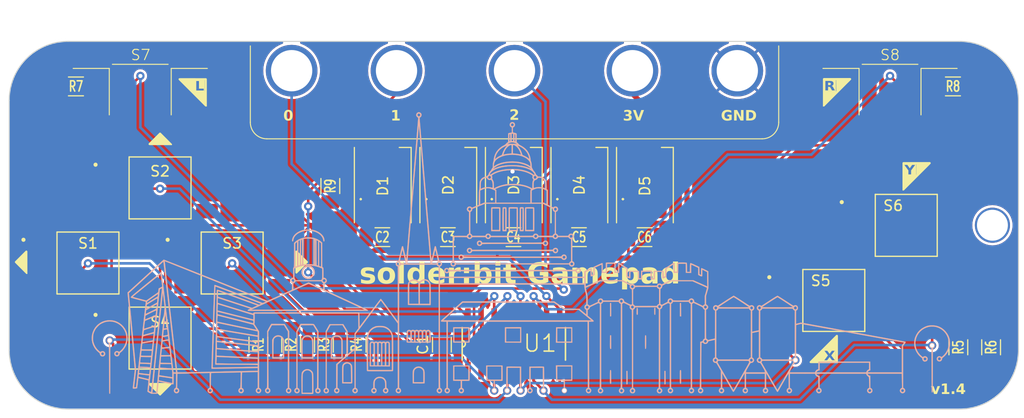
<source format=kicad_pcb>
(kicad_pcb (version 20240108) (generator "pcbnew") (generator_version "8.0")
  (title_block (title "solder:bit Gamepad soldering kit (with bumpers)") (date "2024-05-31") (rev "v1.4") (company "Lancaster University") (comment 1 "Aron Eggens"))
  (layers (0 "F.Cu" signal) (31 "B.Cu" signal) (34 "B.Paste" user) (35 "F.Paste" user) (36 "B.SilkS" user "B.Silkscreen") (37 "F.SilkS" user "F.Silkscreen") (38 "B.Mask" user) (39 "F.Mask" user) (44 "Edge.Cuts" user))
  (net 0 "")
  (net 1 "GND")
  (net 2 "+3V0")
  (net 3 "Net-(D1-DOUT)")
  (net 4 "Net-(D1-DIN)")
  (net 5 "Net-(D2-DOUT)")
  (net 6 "Net-(D3-DOUT)")
  (net 7 "Net-(D4-DOUT)")
  (net 8 "Net-(R1-Pad1)")
  (net 9 "Net-(R2-Pad1)")
  (net 10 "Net-(R3-Pad1)")
  (net 11 "Net-(R4-Pad1)")
  (net 12 "PL{slash}DATA")
  (net 13 "SER")
  (net 14 "CLK")
  (net 15 "BTN1")
  (net 17 "BTN2")
  (net 19 "BTN3")
  (net 21 "BTN4")
  (net 25 "BTN5")
  (net 26 "BTN6")
  (net 27 "Net-(R5-Pad1)")
  (net 28 "Net-(R6-Pad1)")
  (net 29 "BTN7")
  (net 30 "BTN8")
  (footprint "LED_SMD:LED_WS2812B_PLCC4_5.0x5.0mm_P3.2mm" (layer "F.Cu") (at 90.156 63.2852 90)
    (property "Reference" "D1" (at -0.09 0 90) (layer "F.SilkS"))
    (property "Value" "WS2812B" (hide yes))
    (fp_text user "." (at -1.3578 -2.54 90) (layer "F.SilkS"))
    (pad "1" smd rect (at -2.45 -1.65 90) (size 1.5 0.9) (layers "F.Cu" "F.Paste" "F.Mask") (net 2 "+3V0"))
    (pad "2" smd rect (at -2.45 1.65 90) (size 1.5 0.9) (layers "F.Cu" "F.Paste" "F.Mask") (net 3 "Net-(D1-DOUT)"))
    (pad "3" smd rect (at 2.45 1.65 90) (size 1.5 0.9) (layers "F.Cu" "F.Paste" "F.Mask") (net 1 "GND"))
    (pad "4" smd rect (at 2.45 -1.65 90) (size 1.5 0.9) (layers "F.Cu" "F.Paste" "F.Mask") (net 4 "Net-(D1-DIN)"))
  )
  (footprint "TS-1002S:SW_TS04-66-95-BK-100-SMT" (layer "F.Cu") (at 133.858 74.458)
    (property "Reference" "S5" (at -1.27 -1.905 360) (layer "F.SilkS"))
    (property "Value" "TS04-66-95-BK-100-SMT" (hide yes))
    (pad "1" smd rect (at -4.55 -2.25) (size 2.1 1.4) (layers "F.Cu" "F.Paste" "F.Mask"))
    (pad "2" smd rect (at -4.55 2.25) (size 2.1 1.4) (layers "F.Cu" "F.Paste" "F.Mask") (net 25 "BTN5"))
    (pad "3" smd rect (at 4.55 -2.25) (size 2.1 1.4) (layers "F.Cu" "F.Paste" "F.Mask") (net 2 "+3V0"))
    (pad "4" smd rect (at 4.55 2.25) (size 2.1 1.4) (layers "F.Cu" "F.Paste" "F.Mask") (net 27 "Net-(R5-Pad1)"))
  )
  (footprint "TS-1037:TS-1037_right_angle" (layer "F.Cu") (at 139.305 52.779)
    (property "Reference" "S8" (at 0 -2.106 0) (layer "F.SilkS") (effects (font (thickness 0.1))))
    (property "Value" "SW_Push" (hide yes))
    (pad "" smd rect (at -4.75 -2 180) (size 3.5 1.6) (layers "F.Cu" "F.Paste" "F.Mask"))
    (pad "" smd rect (at 4.75 -2 180) (size 3.5 1.6) (layers "F.Cu" "F.Paste" "F.Mask"))
    (pad "1" smd rect (at -2 1.45 90) (size 4.5 1.4) (layers "F.Cu" "F.Paste" "F.Mask") (net 2 "+3V0"))
    (pad "2" smd rect (at 2 1.45 90) (size 4.5 1.4) (layers "F.Cu" "F.Paste" "F.Mask") (net 30 "BTN8"))
  )
  (footprint "Resistor_SMD:R_1206_3216Metric_Pad1.30x1.75mm_HandSolder" (layer "F.Cu") (at 81.28 78.74 -90)
    (property "Reference" "R2" (at 0 0 90) (layer "F.SilkS") (effects (font (size 1 0.7))))
    (property "Value" "100k" (hide yes))
    (pad "1" smd roundrect (at -1.55 0 270) (size 1.3 1.75) (layers "F.Cu" "F.Paste" "F.Mask") (roundrect_rratio 0.1923076923) (net 9 "Net-(R2-Pad1)"))
    (pad "2" smd roundrect (at 1.55 0 270) (size 1.3 1.75) (layers "F.Cu" "F.Paste" "F.Mask") (roundrect_rratio 0.1923076923) (net 1 "GND"))
  )
  (footprint "Resistor_SMD:R_1206_3216Metric_Pad1.30x1.75mm_HandSolder" (layer "F.Cu") (at 60.431 53.721)
    (property "Reference" "R7" (at 0 0 0) (layer "F.SilkS") (effects (font (size 1 0.7))))
    (property "Value" "100k")
    (pad "1" smd roundrect (at -1.55 0) (size 1.3 1.75) (layers "F.Cu" "F.Paste" "F.Mask") (roundrect_rratio 0.1923076923) (net 1 "GND"))
    (pad "2" smd roundrect (at 1.55 0) (size 1.3 1.75) (layers "F.Cu" "F.Paste" "F.Mask") (roundrect_rratio 0.1923076923) (net 29 "BTN7"))
  )
  (footprint "Capacitor_SMD:C_1206_3216Metric_Pad1.33x1.80mm_HandSolder" (layer "F.Cu") (at 109.1675 68.326)
    (property "Reference" "C5" (at 0 0 0) (layer "F.SilkS") (effects (font (size 1 0.7))))
    (property "Value" "0.1uF")
    (pad "1" smd roundrect (at -1.5625 0) (size 1.325 1.8) (layers "F.Cu" "F.Paste" "F.Mask") (roundrect_rratio 0.1886792453) (net 2 "+3V0"))
    (pad "2" smd roundrect (at 1.5625 0) (size 1.325 1.8) (layers "F.Cu" "F.Paste" "F.Mask") (roundrect_rratio 0.1886792453) (net 1 "GND"))
  )
  (footprint "Resistor_SMD:R_1206_3216Metric_Pad1.30x1.75mm_HandSolder" (layer "F.Cu") (at 85.076 63.373 -90)
    (property "Reference" "R9" (at 0 0 90) (layer "F.SilkS") (effects (font (size 1 0.7))))
    (property "Value" "300Ω")
    (pad "1" smd roundrect (at -1.55 0 270) (size 1.3 1.75) (layers "F.Cu" "F.Paste" "F.Mask") (roundrect_rratio 0.1923076923) (net 12 "PL{slash}DATA"))
    (pad "2" smd roundrect (at 1.55 0 270) (size 1.3 1.75) (layers "F.Cu" "F.Paste" "F.Mask") (roundrect_rratio 0.1923076923) (net 4 "Net-(D1-DIN)"))
  )
  (footprint "Devices_Lab:Semibold_Solderbit_Gamepad" (layer "F.Cu") (at 118.01 78.81)
    (property "Reference" "G1" (hide yes))
    (property "Value" "~" (hide yes))
  )
  (footprint "TS-1002S:SW_TS04-66-95-BK-100-SMT" (layer "F.Cu") (at 140.8765 67.183)
    (property "Reference" "S6" (at -1.27 -1.905 360) (layer "F.SilkS"))
    (property "Value" "TS04-66-95-BK-100-SMT" (hide yes))
    (pad "1" smd rect (at -4.55 -2.25) (size 2.1 1.4) (layers "F.Cu" "F.Paste" "F.Mask"))
    (pad "2" smd rect (at -4.55 2.25) (size 2.1 1.4) (layers "F.Cu" "F.Paste" "F.Mask") (net 26 "BTN6"))
    (pad "3" smd rect (at 4.55 -2.25) (size 2.1 1.4) (layers "F.Cu" "F.Paste" "F.Mask") (net 2 "+3V0"))
    (pad "4" smd rect (at 4.55 2.25) (size 2.1 1.4) (layers "F.Cu" "F.Paste" "F.Mask") (net 28 "Net-(R6-Pad1)"))
  )
  (footprint "TS-1002S:SW_TS04-66-95-BK-100-SMT" (layer "F.Cu") (at 61.595 70.83)
    (property "Reference" "S1" (at 0 -1.905 0) (layer "F.SilkS"))
    (property "Value" "TS04-66-95-BK-100-SMT" (hide yes))
    (pad "1" smd rect (at -4.55 -2.25) (size 2.1 1.4) (layers "F.Cu" "F.Paste" "F.Mask"))
    (pad "2" smd rect (at -4.55 2.25) (size 2.1 1.4) (layers "F.Cu" "F.Paste" "F.Mask") (net 15 "BTN1"))
    (pad "3" smd rect (at 4.55 -2.25) (size 2.1 1.4) (layers "F.Cu" "F.Paste" "F.Mask") (net 2 "+3V0"))
    (pad "4" smd rect (at 4.55 2.25) (size 2.1 1.4) (layers "F.Cu" "F.Paste" "F.Mask") (net 8 "Net-(R1-Pad1)"))
  )
  (footprint "TS-1037:TS-1037_right_angle" (layer "F.Cu") (at 66.661 52.779)
    (property "Reference" "S7" (at 0.032 -2.106 0) (layer "F.SilkS") (effects (font (thickness 0.1))))
    (property "Value" "SW_Push" (hide yes))
    (pad "" smd rect (at -4.75 -2 180) (size 3.5 1.6) (layers "F.Cu" "F.Paste" "F.Mask"))
    (pad "" smd rect (at 4.75 -2 180) (size 3.5 1.6) (layers "F.Cu" "F.Paste" "F.Mask"))
    (pad "1" smd rect (at 2 1.45 90) (size 4.5 1.4) (layers "F.Cu" "F.Paste" "F.Mask") (net 2 "+3V0"))
    (pad "2" smd rect (at -2 1.45 90) (size 4.5 1.4) (layers "F.Cu" "F.Paste" "F.Mask") (net 29 "BTN7"))
  )
  (footprint "Capacitor_SMD:C_1206_3216Metric_Pad1.33x1.80mm_HandSolder" (layer "F.Cu") (at 95.885 78.74 90)
    (property "Reference" "C1" (at 0 -1.85 270) (layer "F.SilkS"))
    (property "Value" "1uF")
    (pad "1" smd roundrect (at -1.5625 0 90) (size 1.325 1.8) (layers "F.Cu" "F.Paste" "F.Mask") (roundrect_rratio 0.1886792453) (net 1 "GND"))
    (pad "2" smd roundrect (at 1.5625 0 90) (size 1.325 1.8) (layers "F.Cu" "F.Paste" "F.Mask") (roundrect_rratio 0.1886792453) (net 2 "+3V0"))
  )
  (footprint "LED_SMD:LED_WS2812B_PLCC4_5.0x5.0mm_P3.2mm" (layer "F.Cu") (at 115.556 63.283 90)
    (property "Reference" "D5" (at -0.09 0 90) (layer "F.SilkS"))
    (property "Value" "WS2812B" (hide yes))
    (fp_text user "." (at -1.36 -2.54 90) (layer "F.SilkS"))
    (pad "1" smd rect (at -2.45 -1.65 90) (size 1.5 0.9) (layers "F.Cu" "F.Paste" "F.Mask") (net 2 "+3V0"))
    (pad "2" smd rect (at -2.45 1.65 90) (size 1.5 0.9) (layers "F.Cu" "F.Paste" "F.Mask"))
    (pad "3" smd rect (at 2.45 1.65 90) (size 1.5 0.9) (layers "F.Cu" "F.Paste" "F.Mask") (net 1 "GND"))
    (pad "4" smd rect (at 2.45 -1.65 90) (size 1.5 0.9) (layers "F.Cu" "F.Paste" "F.Mask") (net 7 "Net-(D4-DOUT)"))
  )
  (footprint "Capacitor_SMD:C_1206_3216Metric_Pad1.33x1.80mm_HandSolder" (layer "F.Cu") (at 102.8175 68.326)
    (property "Reference" "C4" (at 0 0 0) (layer "F.SilkS") (effects (font (size 1 0.7))))
    (property "Value" "0.1uF")
    (pad "1" smd roundrect (at -1.5625 0) (size 1.325 1.8) (layers "F.Cu" "F.Paste" "F.Mask") (roundrect_rratio 0.1886792453) (net 2 "+3V0"))
    (pad "2" smd roundrect (at 1.5625 0) (size 1.325 1.8) (layers "F.Cu" "F.Paste" "F.Mask") (roundrect_rratio 0.1886792453) (net 1 "GND"))
  )
  (footprint "74HC165:SOIC127P600X175-16N" (layer "F.Cu") (at 102.856 78.6638 90)
    (property "Reference" "U1" (at 0.0508 2.54 180) (layer "F.SilkS") (effects (font (size 1.640386 1.640386))))
    (property "Value" "74HC165D_653" (hide yes))
    (pad "1" smd rect (at -2.5908 -4.445 90) (size 1.7018 0.5334) (layers "F.Cu" "F.Paste" "F.Mask") (net 12 "PL{slash}DATA"))
    (pad "2" smd rect (at -2.5908 -3.175 90) (size 1.7018 0.5334) (layers "F.Cu" "F.Paste" "F.Mask") (net 14 "CLK"))
    (pad "3" smd rect (at -2.5908 -1.905 90) (size 1.7018 0.5334) (layers "F.Cu" "F.Paste" "F.Mask") (net 15 "BTN1"))
    (pad "4" smd rect (at -2.5908 -0.635 90) (size 1.7018 0.5334) (layers "F.Cu" "F.Paste" "F.Mask") (net 21 "BTN4"))
    (pad "5" smd rect (at -2.5908 0.635 90) (size 1.7018 0.5334) (layers "F.Cu" "F.Paste" "F.Mask") (net 25 "BTN5"))
    (pad "6" smd rect (at -2.5908 1.905 90) (size 1.7018 0.5334) (layers "F.Cu" "F.Paste" "F.Mask") (net 26 "BTN6"))
    (pad "7" smd rect (at -2.5908 3.175 90) (size 1.7018 0.5334) (layers "F.Cu" "F.Paste" "F.Mask"))
    (pad "8" smd rect (at -2.5908 4.445 90) (size 1.7018 0.5334) (layers "F.Cu" "F.Paste" "F.Mask") (net 1 "GND"))
    (pad "9" smd rect (at 2.5908 4.445 90) (size 1.7018 0.5334) (layers "F.Cu" "F.Paste" "F.Mask") (net 13 "SER"))
    (pad "10" smd rect (at 2.5908 3.175 90) (size 1.7018 0.5334) (layers "F.Cu" "F.Paste" "F.Mask") (net 1 "GND"))
    (pad "11" smd rect (at 2.5908 1.905 90) (size 1.7018 0.5334) (layers "F.Cu" "F.Paste" "F.Mask") (net 30 "BTN8"))
    (pad "12" smd rect (at 2.5908 0.635 90) (size 1.7018 0.5334) (layers "F.Cu" "F.Paste" "F.Mask") (net 29 "BTN7"))
    (pad "13" smd rect (at 2.5908 -0.635 90) (size 1.7018 0.5334) (layers "F.Cu" "F.Paste" "F.Mask") (net 19 "BTN3"))
    (pad "14" smd rect (at 2.5908 -1.905 90) (size 1.7018 0.5334) (layers "F.Cu" "F.Paste" "F.Mask") (net 17 "BTN2"))
    (pad "15" smd rect (at 2.5908 -3.175 90) (size 1.7018 0.5334) (layers "F.Cu" "F.Paste" "F.Mask") (net 1 "GND"))
    (pad "16" smd rect (at 2.5908 -4.445 90) (size 1.7018 0.5334) (layers "F.Cu" "F.Paste" "F.Mask") (net 2 "+3V0"))
  )
  (footprint "TS-1002S:SW_TS04-66-95-BK-100-SMT" (layer "F.Cu") (at 68.58 63.555)
    (property "Reference" "S2" (at 0 -1.615 0) (layer "F.SilkS"))
    (property "Value" "TS04-66-95-BK-100-SMT" (hide yes))
    (pad "1" smd rect (at -4.55 -2.25) (size 2.1 1.4) (layers "F.Cu" "F.Paste" "F.Mask"))
    (pad "2" smd rect (at -4.55 2.25) (size 2.1 1.4) (layers "F.Cu" "F.Paste" "F.Mask") (net 17 "BTN2"))
    (pad "3" smd rect (at 4.55 -2.25) (size 2.1 1.4) (layers "F.Cu" "F.Paste" "F.Mask") (net 2 "+3V0"))
    (pad "4" smd rect (at 4.55 2.25) (size 2.1 1.4) (layers "F.Cu" "F.Paste" "F.Mask") (net 9 "Net-(R2-Pad1)"))
  )
  (footprint "Resistor_SMD:R_1206_3216Metric_Pad1.30x1.75mm_HandSolder" (layer "F.Cu") (at 145.923 78.994 -90)
    (property "Reference" "R5" (at 0 0 90) (layer "F.SilkS") (effects (font (size 1 0.7))))
    (property "Value" "100k" (hide yes))
    (pad "1" smd roundrect (at -1.55 0 270) (size 1.3 1.75) (layers "F.Cu" "F.Paste" "F.Mask") (roundrect_rratio 0.1923076923) (net 27 "Net-(R5-Pad1)"))
    (pad "2" smd roundrect (at 1.55 0 270) (size 1.3 1.75) (layers "F.Cu" "F.Paste" "F.Mask") (roundrect_rratio 0.1923076923) (net 1 "GND"))
  )
  (footprint "LED_SMD:LED_WS2812B_PLCC4_5.0x5.0mm_P3.2mm" (layer "F.Cu") (at 96.506 63.283 90)
    (property "Reference" "D2" (at 0 0 90) (layer "F.SilkS"))
    (property "Value" "WS2812B" (hide yes))
    (fp_text user "." (at -1.36 -2.54 90) (layer "F.SilkS"))
    (pad "1" smd rect (at -2.45 -1.65 90) (size 1.5 0.9) (layers "F.Cu" "F.Paste" "F.Mask") (net 2 "+3V0"))
    (pad "2" smd rect (at -2.45 1.65 90) (size 1.5 0.9) (layers "F.Cu" "F.Paste" "F.Mask") (net 5 "Net-(D2-DOUT)"))
    (pad "3" smd rect (at 2.45 1.65 90) (size 1.5 0.9) (layers "F.Cu" "F.Paste" "F.Mask") (net 1 "GND"))
    (pad "4" smd rect (at 2.45 -1.65 90) (size 1.5 0.9) (layers "F.Cu" "F.Paste" "F.Mask") (net 3 "Net-(D1-DOUT)"))
  )
  (footprint "Resistor_SMD:R_1206_3216Metric_Pad1.30x1.75mm_HandSolder" (layer "F.Cu") (at 149.098 78.994 -90)
    (property "Reference" "R6" (at 0 0 90) (layer "F.SilkS") (effects (font (size 1 0.7))))
    (property "Value" "100k" (hide yes))
    (pad "1" smd roundrect (at -1.55 0 270) (size 1.3 1.75) (layers "F.Cu" "F.Paste" "F.Mask") (roundrect_rratio 0.1923076923) (net 28 "Net-(R6-Pad1)"))
    (pad "2" smd roundrect (at 1.55 0 270) (size 1.3 1.75) (layers "F.Cu" "F.Paste" "F.Mask") (roundrect_rratio 0.1923076923) (net 1 "GND"))
  )
  (footprint "Resistor_SMD:R_1206_3216Metric_Pad1.30x1.75mm_HandSolder" (layer "F.Cu") (at 87.63 78.74 -90)
    (property "Reference" "R4" (at 0 0 90) (layer "F.SilkS") (effects (font (size 1 0.7))))
    (property "Value" "100k" (hide yes))
    (pad "1" smd roundrect (at -1.55 0 270) (size 1.3 1.75) (layers "F.Cu" "F.Paste" "F.Mask") (roundrect_rratio 0.1923076923) (net 11 "Net-(R4-Pad1)"))
    (pad "2" smd roundrect (at 1.55 0 270) (size 1.3 1.75) (layers "F.Cu" "F.Paste" "F.Mask") (roundrect_rratio 0.1923076923) (net 1 "GND"))
  )
  (footprint "Capacitor_SMD:C_1206_3216Metric_Pad1.33x1.80mm_HandSolder" (layer "F.Cu") (at 90.1175 68.326)
    (property "Reference" "C2" (at 0 0 0) (layer "F.SilkS") (effects (font (size 1 0.7))))
    (property "Value" "0.1uF")
    (pad "1" smd roundrect (at -1.5625 0) (size 1.325 1.8) (layers "F.Cu" "F.Paste" "F.Mask") (roundrect_rratio 0.1886792453) (net 2 "+3V0"))
    (pad "2" smd roundrect (at 1.5625 0) (size 1.325 1.8) (layers "F.Cu" "F.Paste" "F.Mask") (roundrect_rratio 0.1886792453) (net 1 "GND"))
  )
  (footprint "Resistor_SMD:R_1206_3216Metric_Pad1.30x1.75mm_HandSolder" (layer "F.Cu") (at 78.105 78.74 -90)
    (property "Reference" "R1" (at 0 0 90) (layer "F.SilkS") (effects (font (size 1 0.7))))
    (property "Value" "100k" (hide yes))
    (pad "1" smd roundrect (at -1.55 0 270) (size 1.3 1.75) (layers "F.Cu" "F.Paste" "F.Mask") (roundrect_rratio 0.1923076923) (net 8 "Net-(R1-Pad1)"))
    (pad "2" smd roundrect (at 1.55 0 270) (size 1.3 1.75) (layers "F.Cu" "F.Paste" "F.Mask") (roundrect_rratio 0.1923076923) (net 1 "GND"))
  )
  (footprint "Capacitor_SMD:C_1206_3216Metric_Pad1.33x1.80mm_HandSolder" (layer "F.Cu") (at 115.5175 68.326)
    (property "Reference" "C6" (at 0 0 0) (layer "F.SilkS") (effects (font (size 1 0.7))))
    (property "Value" "0.1uF")
    (pad "1" smd roundrect (at -1.5625 0) (size 1.325 1.8) (layers "F.Cu" "F.Paste" "F.Mask") (roundrect_rratio 0.1886792453) (net 2 "+3V0"))
    (pad "2" smd roundrect (at 1.5625 0) (size 1.325 1.8) (layers "F.Cu" "F.Paste" "F.Mask") (roundrect_rratio 0.1886792453) (net 1 "GND"))
  )
  (footprint "LED_SMD:LED_WS2812B_PLCC4_5.0x5.0mm_P3.2mm" (layer "F.Cu") (at 102.856 63.283 90)
    (property "Reference" "D3" (at 0 0 90) (layer "F.SilkS"))
    (property "Value" "WS2812B" (hide yes))
    (fp_text user "." (at -1.36 -2.54 90) (layer "F.SilkS"))
    (pad "1" smd rect (at -2.45 -1.65 90) (size 1.5 0.9) (layers "F.Cu" "F.Paste" "F.Mask") (net 2 "+3V0"))
    (pad "2" smd rect (at -2.45 1.65 90) (size 1.5 0.9) (layers "F.Cu" "F.Paste" "F.Mask") (net 6 "Net-(D3-DOUT)"))
    (pad "3" smd rect (at 2.45 1.65 90) (size 1.5 0.9) (layers "F.Cu" "F.Paste" "F.Mask") (net 1 "GND"))
    (pad "4" smd rect (at 2.45 -1.65 90) (size 1.5 0.9) (layers "F.Cu" "F.Paste" "F.Mask") (net 5 "Net-(D2-DOUT)"))
  )
  (footprint "TS-1002S:SW_TS04-66-95-BK-100-SMT" (layer "F.Cu") (at 68.58 78.105)
    (property "Reference" "S4" (at 0 -1.56 0) (layer "F.SilkS"))
    (property "Value" "TS04-66-95-BK-100-SMT" (hide yes))
    (pad "1" smd rect (at -4.55 -2.25) (size 2.1 1.4) (layers "F.Cu" "F.Paste" "F.Mask"))
    (pad "2" smd rect (at -4.55 2.25) (size 2.1 1.4) (layers "F.Cu" "F.Paste" "F.Mask") (net 21 "BTN4"))
    (pad "3" smd rect (at 4.55 -2.25) (size 2.1 1.4) (layers "F.Cu" "F.Paste" "F.Mask") (net 2 "+3V0"))
    (pad "4" smd rect (at 4.55 2.25) (size 2.1 1.4) (layers "F.Cu" "F.Paste" "F.Mask") (net 11 "Net-(R4-Pad1)"))
  )
  (footprint "Resistor_SMD:R_1206_3216Metric_Pad1.30x1.75mm_HandSolder" (layer "F.Cu") (at 84.455 78.74 -90)
    (property "Reference" "R3" (at 0 0 90) (layer "F.SilkS") (effects (font (size 1 0.7))))
    (property "Value" "100k" (hide yes))
    (pad "1" smd roundrect (at -1.55 0 270) (size 1.3 1.75) (layers "F.Cu" "F.Paste" "F.Mask") (roundrect_rratio 0.1923076923) (net 10 "Net-(R3-Pad1)"))
    (pad "2" smd roundrect (at 1.55 0 270) (size 1.3 1.75) (layers "F.Cu" "F.Paste" "F.Mask") (roundrect_rratio 0.1923076923) (net 1 "GND"))
  )
  (footprint "LED_SMD:LED_WS2812B_PLCC4_5.0x5.0mm_P3.2mm" (layer "F.Cu") (at 109.206 63.283 90)
    (property "Reference" "D4" (at 0 0 90) (layer "F.SilkS"))
    (property "Value" "WS2812B" (hide yes))
    (fp_text user "." (at -1.36 -2.54 90) (layer "F.SilkS"))
    (pad "1" smd rect (at -2.45 -1.65 90) (size 1.5 0.9) (layers "F.Cu" "F.Paste" "F.Mask") (net 2 "+3V0"))
    (pad "2" smd rect (at -2.45 1.65 90) (size 1.5 0.9) (layers "F.Cu" "F.Paste" "F.Mask") (net 7 "Net-(D4-DOUT)"))
    (pad "3" smd rect (at 2.45 1.65 90) (size 1.5 0.9) (layers "F.Cu" "F.Paste" "F.Mask") (net 1 "GND"))
    (pad "4" smd rect (at 2.45 -1.65 90) (size 1.5 0.9) (layers "F.Cu" "F.Paste" "F.Mask") (net 6 "Net-(D3-DOUT)"))
  )
  (footprint "Capacitor_SMD:C_1206_3216Metric_Pad1.33x1.80mm_HandSolder" (layer "F.Cu") (at 96.4675 68.326)
    (property "Reference" "C3" (at 0 0 0) (layer "F.SilkS") (effects (font (size 1 0.7))))
    (property "Value" "0.1uF")
    (pad "1" smd roundrect (at -1.5625 0) (size 1.325 1.8) (layers "F.Cu" "F.Paste" "F.Mask") (roundrect_rratio 0.1886792453) (net 2 "+3V0"))
    (pad "2" smd roundrect (at 1.5625 0) (size 1.325 1.8) (layers "F.Cu" "F.Paste" "F.Mask") (roundrect_rratio 0.1886792453) (net 1 "GND"))
  )
  (footprint "TS-1002S:SW_TS04-66-95-BK-100-SMT" (layer "F.Cu") (at 75.565 70.83)
    (property "Reference" "S3" (at 0 -1.905 0) (layer "F.SilkS"))
    (property "Value" "TS04-66-95-BK-100-SMT" (hide yes))
    (pad "1" smd rect (at -4.55 -2.25) (size 2.1 1.4) (layers "F.Cu" "F.Paste" "F.Mask"))
    (pad "2" smd rect (at -4.55 2.25) (size 2.1 1.4) (layers "F.Cu" "F.Paste" "F.Mask") (net 19 "BTN3"))
    (pad "3" smd rect (at 4.55 -2.25) (size 2.1 1.4) (layers "F.Cu" "F.Paste" "F.Mask") (net 2 "+3V0"))
    (pad "4" smd rect (at 4.55 2.25) (size 2.1 1.4) (layers "F.Cu" "F.Paste" "F.Mask") (net 10 "Net-(R3-Pad1)"))
  )
  (footprint "Connector_Microbit_Edge:Edge_Connector_Rings" (layer "F.Cu") (at 102.9185 52.197)
    (property "Reference" "REF1" (hide yes))
    (property "Value" "~" (hide yes))
    (fp_text user "0" (at -22.4 5 0) (layer "F.SilkS") (effects (font (thickness 0.1)) (justify left bottom)))
    (fp_text user "GND" (at 20 5 0) (layer "F.SilkS") (effects (font (thickness 0.1)) (justify left bottom)))
    (fp_text user "3V" (at 10.5 5 0) (layer "F.SilkS") (effects (font (thickness 0.1)) (justify left bottom)))
    (fp_text user "2" (at -0.4985 4.933 0) (layer "F.SilkS") (effects (font (thickness 0.1)) (justify left bottom)))
    (fp_text user "1" (at -12 5 0) (layer "F.SilkS") (effects (font (thickness 0.1)) (justify left bottom)))
    (pad "1" thru_hole circle (at -21.59 0) (size 5 5) (drill 4) (layers "*.Cu" "*.Mask") (net 13 "SER"))
    (pad "2" thru_hole circle (at -11.43 0) (size 5 5) (drill 4) (layers "*.Cu" "*.Mask") (net 12 "PL{slash}DATA"))
    (pad "3" thru_hole circle (at 0 0) (size 5 5) (drill 4) (layers "*.Cu" "*.Mask") (net 14 "CLK"))
    (pad "4" thru_hole circle (at 11.43 0) (size 5 5) (drill 4) (layers "*.Cu" "*.Mask") (net 2 "+3V0"))
    (pad "5" thru_hole circle (at 21.59 0) (size 5 5) (drill 4) (layers "*.Cu" "*.Mask") (net 1 "GND"))
  )
  (footprint "Resistor_SMD:R_1206_3216Metric_Pad1.30x1.75mm_HandSolder" (layer "F.Cu") (at 145.401 53.721 180)
    (property "Reference" "R8" (at 0 0 0) (layer "F.SilkS") (effects (font (size 1 0.7))))
    (property "Value" "100k")
    (pad "1" smd roundrect (at -1.55 0 180) (size 1.3 1.75) (layers "F.Cu" "F.Paste" "F.Mask") (roundrect_rratio 0.1923076923) (net 1 "GND"))
    (pad "2" smd roundrect (at 1.55 0 180) (size 1.3 1.75) (layers "F.Cu" "F.Paste" "F.Mask") (roundrect_rratio 0.1923076923) (net 30 "BTN8"))
  )
  (footprint "Lancaster_Cityscape:Lancaster_Cityscape" (layer "B.Cu") (at 103.55 69.87 180)
    (property "Reference" "Ref**" (hide yes))
    (property "Value" "Val**" (hide yes))
  )
  (gr_poly (pts (xy 71.988 53.0194) (xy 71.97 54.49) (xy 70.471 53.0248)) (stroke (width 0.15)) (fill solid) (layer "F.SilkS"))
  (gr_poly (pts (xy 143.151 61.153) (xy 140.611 61.153) (xy 140.611 63.693)) (stroke (width 0.2)) (fill none) (layer "F.SilkS"))
  (gr_poly (pts (xy 134.11 79.22) (xy 132.98 79.22) (xy 134.1556 77.890607)) (stroke (width 0.15)) (fill solid) (layer "F.SilkS"))
  (gr_poly (pts (xy 67.564 82.55) (xy 68.58 83.566) (xy 69.596 82.55)) (stroke (width 0.2)) (fill solid) (layer "F.SilkS"))
  (gr_poly (pts (xy 132.921 54.271) (xy 134.101 54.261) (xy 132.90175 55.550318)) (stroke (width 0.15)) (fill solid) (layer "F.SilkS"))
  (gr_poly (pts (xy 131.6156 80.430607) (xy 134.1556 80.430607) (xy 134.1556 77.890607)) (stroke (width 0.2)) (fill none) (layer "F.SilkS"))
  (gr_poly (pts (xy 55.626 69.723) (xy 54.61 70.739) (xy 55.626 71.755)) (stroke (width 0.2)) (fill solid) (layer "F.SilkS"))
  (gr_poly (pts (xy 143.151 61.153) (xy 141.92 61.16) (xy 141.9172 62.3268)) (stroke (width 0.15)) (fill solid) (layer "F.SilkS"))
  (gr_poly (pts (xy 140.641 62.343) (xy 141.821 62.333) (xy 140.611 63.693)) (stroke (width 0.15)) (fill solid) (layer "F.SilkS"))
  (gr_poly (pts (xy 69.596 59.309) (xy 68.58 58.293) (xy 67.564 59.309)) (stroke (width 0.2)) (fill solid) (layer "F.SilkS"))
  (gr_poly (pts (xy 135.44175 53.010318) (xy 134.15795 53.010318) (xy 134.17 54.2)) (stroke (width 0.15)) (fill solid) (layer "F.SilkS"))
  (gr_poly (pts (xy 131.6156 80.430607) (xy 132.8094 80.430607) (xy 132.8094 79.236807)) (stroke (width 0.15)) (fill solid) (layer "F.SilkS"))
  (gr_poly (pts (xy 73.011 55.5648) (xy 73.011 53.0248) (xy 70.471 53.0248)) (stroke (width 0.2)) (fill none) (layer "F.SilkS"))
  (gr_poly (pts (xy 135.44175 53.010318) (xy 132.90175 53.010318) (xy 132.90175 55.550318)) (stroke (width 0.2)) (fill none) (layer "F.SilkS"))
  (gr_poly (pts (xy 81.788 71.755) (xy 82.804 70.739) (xy 81.788 69.723)) (stroke (width 0.2)) (fill solid) (layer "F.SilkS"))
  (gr_poly (pts (xy 73.011 55.5648) (xy 72.999393 54.261) (xy 71.841 54.261)) (stroke (width 0.15)) (fill solid) (layer "F.SilkS"))
  (gr_arc (start 146.036 49.357) (mid 150.077115 51.030885) (end 151.751 55.072) (stroke (width 0.1)) (layer "Edge.Cuts"))
  (gr_arc (start 53.961 55.072) (mid 55.634885 51.030885) (end 59.676 49.357) (stroke (width 0.1)) (layer "Edge.Cuts"))
  (gr_line (start 146.036 84.985885) (end 59.676 84.985885) (stroke (width 0.1)) (layer "Edge.Cuts"))
  (gr_arc (start 59.676 84.985885) (mid 55.634885 83.312) (end 53.961 79.270885) (stroke (width 0.1)) (layer "Edge.Cuts"))
  (gr_line (start 151.751 79.270885) (end 151.751 55.072) (stroke (width 0.1)) (layer "Edge.Cuts"))
  (gr_arc (start 151.751 79.270885) (mid 150.077115 83.312) (end 146.036 84.985885) (stroke (width 0.1)) (layer "Edge.Cuts"))
  (gr_line (start 59.676 49.357) (end 146.036 49.357) (stroke (width 0.1)) (layer "Edge.Cuts"))
  (gr_line (start 53.961 55.072) (end 53.961 79.270885) (stroke (width 0.1)) (layer "Edge.Cuts"))
  (gr_text "solder:bit Gamepad" (at 87.884 73.152 0) (layer "F.SilkS") (effects (font (size 2 2) (thickness 0.3) (bold yes)) (justify left bottom)))
  (gr_text "v1.4" (at 143.256 83.693 0) (layer "F.SilkS") (effects (font (size 1 1) (thickness 0.25) (bold yes)) (justify left bottom)))
  (gr_text "R" (at 132.911 54.26 0) (layer "F.SilkS" knockout) (effects (font (size 0.9 1)) (justify left bottom)))
  (gr_text "X" (at 132.91 80.406 0) (layer "F.SilkS" knockout) (effects (font (size 0.9 1)) (justify left bottom)))
  (gr_text "L" (at 71.96 54.27 0) (layer "F.SilkS" knockout) (effects (font (size 0.9 1)) (justify left bottom)))
  (gr_text "Y" (at 140.709 62.398 0) (layer "F.SilkS" knockout) (effects (font (size 0.9 1)) (justify left bottom)))
  (via (at 149.225 67.1714) (size 3.4) (drill 3) (layers "F.Cu" "B.Cu") (net 0))
  (via (at 107.75 83.19) (size 0.8) (drill 0.4) (layers "F.Cu" "B.Cu") (net 1))
  (via (at 102.73 61.96) (size 0.8) (drill 0.4) (layers "F.Cu" "B.Cu") (net 1))
  (segment (start 88.555 65.7842) (end 88.506 65.7352) (width 0.25) (layer "F.Cu") (net 2))
  (segment (start 80.115 68.58) (end 81.788 68.58) (width 0.25) (layer "F.Cu") (net 2))
  (segment (start 83.185 67.183) (end 68.58 67.183) (width 0.25) (layer "F.Cu") (net 2))
  (segment (start 107.696 70.358) (end 101.346 70.358) (width 0.5) (layer "F.Cu") (net 2))
  (segment (start 73.13 58.698) (end 73.13 60.96) (width 0.25) (layer "F.Cu") (net 2))
  (segment (start 96.9845 76.073) (end 96.9845 76.078) (width 0.25) (layer "F.Cu") (net 2))
  (segment (start 68.58 67.183) (end 67.197 67.183) (width 0.25) (layer "F.Cu") (net 2))
  (segment (start 107.605 65.782) (end 107.556 65.733) (width 0.25) (layer "F.Cu") (net 2))
  (segment (start 73.13 58.698) (end 68.661 54.229) (width 0.25) (layer "F.Cu") (net 2))
  (segment (start 130.054 59.436) (end 122.307 67.183) (width 0.25) (layer "F.Cu") (net 2))
  (segment (start 137.305 56.751) (end 137.305 54.229) (width 0.25) (layer "F.Cu") (net 2))
  (segment (start 113.955 65.782) (end 113.906 65.733) (width 0.25) (layer "F.Cu") (net 2))
  (segment (start 77.307 61.305) (end 83.185 67.183) (width 0.25) (layer "F.Cu") (net 2))
  (segment (start 113.955 68.326) (end 113.955 65.782) (width 0.25) (layer "F.Cu") (net 2))
  (segment (start 94.905 65.782) (end 94.856 65.733) (width 0.25) (layer "F.Cu") (net 2))
  (segment (start 101.2935 65.8205) (end 101.206 65.733) (width 0.25) (layer "F.Cu") (net 2))
  (segment (start 119.634 59.7235) (end 119.634 67.056) (width 0.5) (layer "F.Cu") (net 2))
  (segment (start 101.255 70.267) (end 101.346 70.358) (width 0.25) (layer "F.Cu") (net 2))
  (segment (start 107.6435 65.8205) (end 107.556 65.733) (width 0.25) (layer "F.Cu") (net 2))
  (segment (start 142.494 59.436) (end 145.4265 62.3685) (width 0.25) (layer "F.Cu") (net 2))
  (segment (start 73.13 61.305) (end 77.307 61.305) (width 0.25) (layer "F.Cu") (net 2))
  (segment (start 67.197 67.183) (end 66.145 68.235) (width 0.25) (layer "F.Cu") (net 2))
  (segment (start 113.955 70.267) (end 114.046 70.358) (width 0.25) (layer "F.Cu") (net 2))
  (segment (start 119.761 67.183) (end 119.634 67.056) (width 0.25) (layer "F.Cu") (net 2))
  (segment (start 125.582 70.458) (end 132.18 70.458) (width 0.25) (layer "F.Cu") (net 2))
  (segment (start 86.614 70.612) (end 86.36 70.358) (width 0.25) (layer "F.Cu") (net 2))
  (segment (start 134.62 59.436) (end 130.054 59.436) (width 0.25) (layer "F.Cu") (net 2))
  (segment (start 94.996 70.358) (end 88.392 70.358) (width 0.5) (layer "F.Cu") (net 2))
  (segment (start 86.36 70.358) (end 83.185 67.183) (width 0.5) (layer "F.Cu") (net 2))
  (segment (start 68.58 73.045) (end 68.58 67.183) (width 0.25) (layer "F.Cu") (net 2))
  (segment (start 94.9435 65.8205) (end 94.856 65.733) (width 0.25) (layer "F.Cu") (net 2))
  (segment (start 119.634 69.088) (end 118.364 70.358) (width 0.5) (layer "F.Cu") (net 2))
  (segment (start 98.411 76.073) (end 96.379 74.041) (width 0.25) (layer "F.Cu") (net 2))
  (segment (start 96.379 74.041) (end 88.011 74.041) (width 0.25) (layer "F.Cu") (net 2))
  (segment (start 73.13 75.855) (end 71.39 75.855) (width 0.25) (layer "F.Cu") (net 2))
  (segment (start 132.18 70.458) (end 133.93 72.208) (width 0.25) (layer "F.Cu") (net 2))
  (segment (start 94.905 68.326) (end 94.905 65.782) (width 0.25) (layer "F.Cu") (net 2))
  (segment (start 94.905 70.267) (end 94.905 68.326) (width 0.25) (layer "F.Cu") (net 2))
  (segment (start 114.046 70.358) (end 107.696 70.358) (width 0.5) (layer "F.Cu") (net 2))
  (segment (start 107.605 68.326) (end 107.605 65.782) (width 0.25) (layer "F.Cu") (net 2))
  (segment (start 134.62 59.436) (end 142.494 59.436) (width 0.25) (layer "F.Cu") (net 2))
  (segment (start 114.3485 54.438) (end 119.634 59.7235) (width 0.5) (layer "F.Cu") (net 2))
  (segment (start 88.392 70.358) (end 88.555 70.195) (width 0.25) (layer "F.Cu") (net 2))
  (segment (start 88.5935 65.8227) (end 88.506 65.7352) (width 0.25) (layer "F.Cu") (net 2))
  (segment (start 113.955 68.326) (end 113.955 70.267) (width 0.25) (layer "F.Cu") (net 2))
  (segment (start 96.9845 76.078) (end 95.885 77.1775) (width 0.25) (layer "F.Cu") (net 2))
  (segment (start 88.555 68.326) (end 88.555 65.7842) (width 0.25) (layer "F.Cu") (net 2))
  (segment (start 101.346 70.358) (end 94.996 70.358) (width 0.5) (layer "F.Cu") (net 2))
  (segment (start 94.996 70.358) (end 94.905 70.267) (width 0.25) (layer "F.Cu") (net 2))
  (segment (start 98.411 76.073) (end 96.9845 76.073) (width 0.25) (layer "F.Cu") (net 2))
  (segment (start 107.605 68.326) (end 107.605 70.267) (width 0.25) (layer "F.Cu") (net 2))
  (segment (start 71.39 75.855) (end 68.58 73.045) (width 0.25) (layer "F.Cu") (net 2))
  (segment (start 118.364 70.358) (end 114.046 70.358) (width 0.5) (layer "F.Cu") (net 2))
  (segment (start 134.62 59.436) (end 137.305 56.751) (width 0.25) (layer "F.Cu") (net 2))
  (segment (start 101.255 68.326) (end 101.255 65.782) (width 0.25) (layer "F.Cu") (net 2))
  (segment (start 88.011 74.041) (end 86.614 72.644) (width 0.25) (layer "F.Cu") (net 2))
  (segment (start 101.255 65.782) (end 101.206 65.733) (width 0.25) (layer "F.Cu") (net 2))
  (segment (start 101.255 68.326) (end 101.255 70.267) (width 0.25) (layer "F.Cu") (net 2))
  (segment (start 107.605 70.267) (end 107.696 70.358) (width 0.25) (layer "F.Cu") (net 2))
  (segment (start 88.392 70.358) (end 86.36 70.358) (width 0.5) (layer "F.Cu") (net 2))
  (segment (start 88.555 70.195) (end 88.555 68.326) (width 0.25) (layer "F.Cu") (net 2))
  (segment (start 145.4265 62.3685) (end 145.4265 64.933) (width 0.25) (layer "F.Cu") (net 2))
  (segment (start 119.634 67.056) (end 119.634 69.088) (width 0.5) (layer "F.Cu") (net 2))
  (segment (start 133.93 72.208) (end 138.408 72.208) (width 0.25) (layer "F.Cu") (net 2))
  (segment (start 113.9935 65.8205) (end 113.906 65.733) (width 0.25) (layer "F.Cu") (net 2))
  (segment (start 125.582 70.458) (end 122.307 67.183) (width 0.25) (layer "F.Cu") (net 2))
  (segment (start 81.788 68.58) (end 83.185 67.183) (width 0.25) (layer "F.Cu") (net 2))
  (segment (start 86.614 72.644) (end 86.614 70.612) (width 0.25) (layer "F.Cu") (net 2))
  (segment (start 122.307 67.183) (end 119.761 67.183) (width 0.25) (layer "F.Cu") (net 2))
  (segment (start 91.806 65.7352) (end 91.806 63.883) (width 0.25) (layer "F.Cu") (net 3))
  (segment (start 91.806 63.883) (end 94.856 60.833) (width 0.25) (layer "F.Cu") (net 3))
  (segment (start 88.506 63.118) (end 88.506 60.8352) (width 0.25) (layer "F.Cu") (net 4))
  (segment (start 85.076 64.923) (end 86.701 64.923) (width 0.25) (layer "F.Cu") (net 4))
  (segment (start 85.076 64.923) (end 85.431 64.923) (width 0.25) (layer "F.Cu") (net 4))
  (segment (start 86.701 64.923) (end 88.506 63.118) (width 0.25) (layer "F.Cu") (net 4))
  (segment (start 98.156 65.733) (end 98.156 63.883) (width 0.25) (layer "F.Cu") (net 5))
  (segment (start 98.156 63.883) (end 101.206 60.833) (width 0.25) (layer "F.Cu") (net 5))
  (segment (start 104.506 65.733) (end 104.506 63.883) (width 0.25) (layer "F.Cu") (net 6))
  (segment (start 104.506 63.883) (end 107.556 60.833) (width 0.25) (layer "F.Cu") (net 6))
  (segment (start 110.856 63.883) (end 113.906 60.833) (width 0.25) (layer "F.Cu") (net 7))
  (segment (start 110.856 65.733) (end 110.856 63.883) (width 0.25) (layer "F.Cu") (net 7))
  (segment (start 66.857 73.08) (end 66.145 73.08) (width 0.25) (layer "F.Cu") (net 8))
  (segment (start 78.105 77.19) (end 70.967 77.19) (width 0.25) (layer "F.Cu") (net 8))
  (segment (start 70.967 77.19) (end 66.857 73.08) (width 0.25) (layer "F.Cu") (net 8))
  (segment (start 70.739 78.74) (end 66.829 74.83) (width 0.25) (layer "F.Cu") (net 9))
  (segment (start 65.432 74.83) (end 63.881 73.279) (width 0.25) (layer "F.Cu") (net 9))
  (segment (start 66.829 74.83) (end 65.432 74.83) (width 0.25) (layer "F.Cu") (net 9))
  (segment (start 63.881 68.444) (end 66.52 65.805) (width 0.25) (layer "F.Cu") (net 9))
  (segment (start 63.881 73.279) (end 63.881 68.444) (width 0.25) (layer "F.Cu") (net 9))
  (segment (start 66.52 65.805) (end 73.13 65.805) (width 0.25) (layer "F.Cu") (net 9))
  (segment (start 81.28 77.19) (end 79.73 78.74) (width 0.25) (layer "F.Cu") (net 9))
  (segment (start 79.73 78.74) (end 70.739 78.74) (width 0.25) (layer "F.Cu") (net 9))
  (segment (start 84.225 77.19) (end 80.115 73.08) (width 0.25) (layer "F.Cu") (net 10))
  (segment (start 84.455 77.19) (end 84.225 77.19) (width 0.25) (layer "F.Cu") (net 10))
  (segment (start 87.63 77.19) (end 89.535 79.095) (width 0.25) (layer "F.Cu") (net 11))
  (segment (start 89.535 81.28) (end 88.519 82.296) (width 0.25) (layer "F.Cu") (net 11))
  (segment (start 88.519 82.296) (end 75.071 82.296) (width 0.25) (layer "F.Cu") (net 11))
  (segment (start 75.071 82.296) (end 73.13 80.355) (width 0.25) (layer "F.Cu") (net 11))
  (segment (start 89.535 79.095) (end 89.535 81.28) (width 0.25) (layer "F.Cu") (net 11))
  (segment (start 82.93 63.969) (end 85.076 61.823) (width 0.25) (layer "F.Cu") (net 12))
  (segment (start 93.02 78.72) (end 89.63 75.33) (width 0.25) (layer "F.Cu") (net 12))
  (segment (start 91.4885 54.438) (end 85.076 60.8505) (width 0.25) (layer "F.Cu") (net 12))
  (segment (start 98.411 81.2546) (end 98.411 79.781) (width 0.25) (layer "F.Cu") (net 12))
  (segment (start 86.53 75.33) (end 82.93 71.73) (width 0.25) (layer "F.Cu") (net 12))
  (segment (start 85.076 60.8505) (end 85.076 61.823) (width 0.25) (layer "F.Cu") (net 12))
  (segment (start 97.35 78.72) (end 93.02 78.72) (width 0.25) (layer "F.Cu") (net 12))
  (segment (start 89.63 75.33) (end 86.53 75.33) (width 0.25) (layer "F.Cu") (net 12))
  (segment (start 98.411 79.781) (end 97.35 78.72) (width 0.25) (layer "F.Cu") (net 12))
  (segment (start 98.411 81.2546) (end 98.3756 81.29) (width 0.25) (layer "F.Cu") (net 12))
  (segment (start 82.93 65.34) (end 82.93 63.969) (width 0.25) (layer "F.Cu") (net 12))
  (via (at 82.93 71.73) (size 0.8) (drill 0.4) (layers "F.Cu" "B.Cu") (net 12))
  (via (at 82.93 65.34) (size 0.8) (drill 0.4) (layers "F.Cu" "B.Cu") (net 12))
  (segment (start 82.93 71.73) (end 82.93 65.34) (width 0.25) (layer "B.Cu") (net 12))
  (segment (start 81.311 54.438) (end 81.266 54.483) (width 0.25) (layer "F.Cu") (net 13))
  (segment (start 107.301 75.4888) (end 107.301 76.073) (width 0.25) (layer "F.Cu") (net 13))
  (segment (start 106.01 74.03) (end 107.301 75.321) (width 0.25) (layer "F.Cu") (net 13))
  (segment (start 107.301 75.321) (end 107.301 76.073) (width 0.25) (layer "F.Cu") (net 13))
  (segment (start 107.442 75.3478) (end 107.301 75.4888) (width 0.25) (layer "F.Cu") (net 13))
  (segment (start 81.3285 54.438) (end 81.311 54.438) (width 0.25) (layer "F.Cu") (net 13))
  (via (at 106.01 74.03) (size 0.8) (drill 0.4) (layers "F.Cu" "B.Cu") (net 13))
  (segment (start 90.54 70.44) (end 102.42 70.44) (width 0.25) (layer "B.Cu") (net 13))
  (segment (start 102.42 70.44) (end 106.01 74.03) (width 0.25) (layer "B.Cu") (net 13))
  (segment (start 81.3285 61.2285) (end 90.54 70.44) (width 0.25) (layer "B.Cu") (net 13))
  (segment (start 81.3285 52.197) (end 81.3285 61.2285) (width 0.25) (layer "B.Cu") (net 13))
  (segment (start 107.595 73.305) (end 107.696 73.406) (width 0.25) (layer "F.Cu") (net 14))
  (segment (start 99.0027 73.9713) (end 99.0027 78.1747) (width 0.25) (layer "F.Cu") (net 14))
  (segment (start 99.695 78.867) (end 99.695 81.2406) (width 0.25) (layer "F.Cu") (net 14))
  (segment (start 107.696 73.406) (end 107.51 73.22) (width 0.25) (layer "F.Cu") (net 14))
  (segment (start 99.0027 73.9713) (end 99.669 73.305) (width 0.25) (layer "F.Cu") (net 14))
  (segment (start 99.0027 78.1747) (end 99.695 78.867) (width 0.25) (layer "F.Cu") (net 14))
  (segment (start 99.695 81.2406) (end 99.681 81.2546) (width 0.25) (layer "F.Cu") (net 14))
  (segment (start 99.669 73.305) (end 107.595 73.305) (width 0.25) (layer "F.Cu") (net 14))
  (via (at 107.696 73.406) (size 0.8) (drill 0.4) (layers "F.Cu" "B.Cu") (net 14))
  (segment (start 105.92 71.63) (end 105.92 55.1985) (width 0.25) (layer "B.Cu") (net 14))
  (segment (start 105.92 55.1985) (end 102.9185 52.197) (width 0.25) (layer "B.Cu") (net 14))
  (segment (start 107.696 73.406) (end 105.92 71.63) (width 0.25) (layer "B.Cu") (net 14))
  (segment (start 100.951 81.2546) (end 100.951 83.181) (width 0.25) (layer "F.Cu") (net 15))
  (segment (start 61.595 70.866) (end 59.381 73.08) (width 0.25) (layer "F.Cu") (net 15))
  (segment (start 59.381 73.08) (end 57.045 73.08) (width 0.25) (layer "F.Cu") (net 15))
  (segment (start 100.951 83.181) (end 100.96 83.19) (width 0.25) (layer "F.Cu") (net 15))
  (via (at 100.96 83.19) (size 0.8) (drill 0.4) (layers "F.Cu" "B.Cu") (net 15))
  (via (at 61.595 70.866) (size 0.8) (drill 0.4) (layers "F.Cu" "B.Cu") (net 15))
  (segment (start 67.564 70.866) (end 61.595 70.866) (width 0.25) (layer "B.Cu") (net 15))
  (segment (start 76.718 80.02) (end 67.564 70.866) (width 0.25) (layer "B.Cu") (net 15))
  (segment (start 97.8 80.02) (end 100.96 83.18) (width 0.25) (layer "B.Cu") (net 15))
  (segment (start 100.96 83.18) (end 100.96 83.19) (width 0.25) (layer "B.Cu") (net 15))
  (segment (start 97.8 80.02) (end 76.718 80.02) (width 0.25) (layer "B.Cu") (net 15))
  (segment (start 68.58 63.627) (end 66.208 63.627) (width 0.25) (layer "F.Cu") (net 17))
  (segment (start 100.965 74.041) (end 100.965 73.914) (width 0.25) (layer "F.Cu") (net 17))
  (segment (start 100.951 74.055) (end 100.965 74.041) (width 0.25) (layer "F.Cu") (net 17))
  (segment (start 66.208 63.627) (end 64.03 65.805) (width 0.25) (layer "F.Cu") (net 17))
  (segment (start 100.951 76.073) (end 100.951 74.055) (width 0.25) (layer "F.Cu") (net 17))
  (via (at 68.58 63.627) (size 0.8) (drill 0.4) (layers "F.Cu" "B.Cu") (net 17))
  (via (at 100.965 74.041) (size 0.8) (drill 0.4) (layers "F.Cu" "B.Cu") (net 17))
  (segment (start 100.965 74.041) (end 99.476 75.53) (width 0.25) (layer "B.Cu") (net 17))
  (segment (start 70.467 63.627) (end 68.58 63.627) (width 0.25) (layer "B.Cu") (net 17))
  (segment (start 82.37 75.53) (end 70.467 63.627) (width 0.25) (layer "B.Cu") (net 17))
  (segment (start 99.476 75.53) (end 82.37 75.53) (width 0.25) (layer "B.Cu") (net 17))
  (segment (start 102.221 76.073) (end 102.221 74.055) (width 0.25) (layer "F.Cu") (net 19))
  (segment (start 102.221 74.055) (end 102.235 74.041) (width 0.25) (layer "F.Cu") (net 19))
  (segment (start 75.565 70.866) (end 73.351 73.08) (width 0.25) (layer "F.Cu") (net 19))
  (segment (start 73.351 73.08) (end 71.015 73.08) (width 0.25) (layer "F.Cu") (net 19))
  (via (at 75.565 70.866) (size 0.8) (drill 0.4) (layers "F.Cu" "B.Cu") (net 19))
  (via (at 102.235 74.041) (size 0.8) (drill 0.4) (layers "F.Cu" "B.Cu") (net 19))
  (segment (start 82.629 77.93) (end 75.565 70.866) (width 0.25) (layer "B.Cu") (net 19))
  (segment (start 102.235 74.041) (end 98.346 77.93) (width 0.25) (layer "B.Cu") (net 19))
  (segment (start 98.346 77.93) (end 82.629 77.93) (width 0.25) (layer "B.Cu") (net 19))
  (segment (start 64.03 78.67) (end 63.7 78.34) (width 0.25) (layer "F.Cu") (net 21))
  (segment (start 102.221 83.179) (end 102.21 83.19) (width 0.25) (layer "F.Cu") (net 21))
  (segment (start 64.03 80.355) (end 64.03 78.67) (width 0.25) (layer "F.Cu") (net 21))
  (segment (start 102.221 81.2546) (end 102.221 83.179) (width 0.25) (layer "F.Cu") (net 21))
  (segment (start 102.221 83.171) (end 102.21 83.182) (width 0.25) (layer "F.Cu") (net 21))
  (segment (start 102.21 83.182) (end 102.21 83.19) (width 0.25) (layer "F.Cu") (net 21))
  (via (at 63.7 78.34) (size 0.8) (drill 0.4) (layers "F.Cu" "B.Cu") (net 21))
  (via (at 102.21 83.19) (size 0.8) (drill 0.4) (layers "F.Cu" "B.Cu") (net 21))
  (segment (start 68.598 78.25) (end 74.422 84.074) (width 0.25) (layer "B.Cu") (net 21))
  (segment (start 101.346 84.054) (end 102.21 83.19) (width 0.25) (layer "B.Cu") (net 21))
  (segment (start 101.346 84.074) (end 101.346 84.054) (width 0.25) (layer "B.Cu") (net 21))
  (segment (start 63.79 78.25) (end 63.7 78.34) (width 0.25) (layer "B.Cu") (net 21))
  (segment (start 74.422 84.074) (end 101.346 84.074) (width 0.25) (layer "B.Cu") (net 21))
  (segment (start 68.598 78.25) (end 63.79 78.25) (width 0.25) (layer "B.Cu") (net 21))
  (segment (start 129.308 76.708) (end 129.308 79.408) (width 0.25) (layer "F.Cu") (net 25))
  (segment (start 103.491 83.171) (end 103.491 81.2546) (width 0.25) (layer "F.Cu") (net 25))
  (segment (start 103.505 83.185) (end 103.491 83.171) (width 0.25) (layer "F.Cu") (net 25))
  (segment (start 129.308 79.408) (end 130.14 80.24) (width 0.25) (layer "F.Cu") (net 25))
  (via (at 130.14 80.24) (size 0.8) (drill 0.4) (layers "F.Cu" "B.Cu") (net 25))
  (via (at 103.505 83.185) (size 0.8) (drill 0.4) (layers "F.Cu" "B.Cu") (net 25))
  (segment (start 127.974 82.465) (end 127.974 82.406) (width 0.25) (layer "B.Cu") (net 25))
  (segment (start 127.974 82.406) (end 130.14 80.24) (width 0.25) (layer "B.Cu") (net 25))
  (segment (start 104.225 82.465) (end 127.974 82.465) (width 0.25) (layer "B.Cu") (net 25))
  (segment (start 103.505 83.185) (end 104.225 82.465) (width 0.25) (layer "B.Cu") (net 25))
  (segment (start 143.383 74.041) (end 138.775 69.433) (width 0.25) (layer "F.Cu") (net 26))
  (segment (start 143.383 78.817) (end 143.383 74.041) (width 0.25) (layer "F.Cu") (net 26))
  (segment (start 143.32 78.76) (end 143.38 78.82) (width 0.25) (layer "F.Cu") (net 26))
  (segment (start 104.761 81.2546) (end 104.761 82.221) (width 0.25) (layer "F.Cu") (net 26))
  (segment (start 104.761 82.221) (end 105.73 83.19) (width 0.25) (layer "F.Cu") (net 26))
  (segment (start 143.383 78.817) (end 143.38 78.82) (width 0.25) (layer "F.Cu") (net 26))
  (segment (start 138.775 69.433) (end 136.3265 69.433) (width 0.25) (layer "F.Cu") (net 26))
  (via (at 105.73 83.19) (size 0.8) (drill 0.4) (layers "F.Cu" "B.Cu") (net 26))
  (via (at 143.38 78.82) (size 0.8) (drill 0.4) (layers "F.Cu" "B.Cu") (net 26))
  (segment (start 106.554 84.074) (end 105.73 83.25) (width 0.25) (layer "B.Cu") (net 26))
  (segment (start 143.34 78.78) (end 143.38 78.82) (width 0.25) (layer "B.Cu") (net 26))
  (segment (start 135.85 78.78) (end 130.556 84.074) (width 0.25) (layer "B.Cu") (net 26))
  (segment (start 130.556 84.074) (end 106.554 84.074) (width 0.25) (layer "B.Cu") (net 26))
  (segment (start 105.73 83.25) (end 105.73 83.19) (width 0.25) (layer "B.Cu") (net 26))
  (segment (start 135.85 78.78) (end 143.34 78.78) (width 0.25) (layer "B.Cu") (net 26))
  (segment (start 145.923 78.359) (end 145.923 77.444) (width 0.25) (layer "F.Cu") (net 27))
  (segment (start 144.399 79.883) (end 145.923 78.359) (width 0.25) (layer "F.Cu") (net 27))
  (segment (start 138.408 77.702) (end 140.589 79.883) (width 0.25) (layer "F.Cu") (net 27))
  (segment (start 140.589 79.883) (end 144.399 79.883) (width 0.25) (layer "F.Cu") (net 27))
  (segment (start 138.408 76.708) (end 138.408 77.702) (width 0.25) (layer "F.Cu") (net 27))
  (segment (start 149.098 77.444) (end 149.098 73.1045) (width 0.25) (layer "F.Cu") (net 28))
  (segment (start 149.098 73.1045) (end 145.4265 69.433) (width 0.25) (layer "F.Cu") (net 28))
  (segment (start 61.981 53.721) (end 62.035 53.775) (width 0.25) (layer "F.Cu") (net 29))
  (segment (start 66.675 52.705) (end 65.151 54.229) (width 0.25) (layer "F.Cu") (net 29))
  (segment (start 61.981 53.721) (end 64.153 53.721) (width 0.25) (layer "F.Cu") (net 29))
  (segment (start 62.489 54.229) (end 61.981 53.721) (width 0.25) (layer "F.Cu") (net 29))
  (segment (start 64.153 53.721) (end 64.661 54.229) (width 0.25) (layer "F.Cu") (net 29))
  (segment (start 65.151 54.229) (end 64.661 54.229) (width 0.25) (layer "F.Cu") (net 29))
  (segment (start 103.491 74.055) (end 103.505 74.041) (width 0.25) (layer "F.Cu") (net 29))
  (segment (start 103.491 76.073) (end 103.491 74.055) (width 0.25) (layer "F.Cu") (net 29))
  (via (at 66.675 52.705) (size 0.8) (drill 0.4) (layers "F.Cu" "B.Cu") (net 29))
  (via (at 103.505 74.041) (size 0.8) (drill 0.4) (layers "F.Cu" "B.Cu") (net 29))
  (segment (start 82.25 73.28) (end 102.744 73.28) (width 0.25) (layer "B.Cu") (net 29))
  (segment (start 66.675 57.705) (end 82.25 73.28) (width 0.25) (layer "B.Cu") (net 29))
  (segment (start 66.675 52.705) (end 66.675 57.705) (width 0.25) (layer "B.Cu") (net 29))
  (segment (start 102.744 73.28) (end 103.505 74.041) (width 0.25) (layer "B.Cu") (net 29))
  (segment (start 104.761 76.073) (end 104.761 74.049) (width 0.25) (layer "F.Cu") (net 30))
  (segment (start 139.305 52.705) (end 140.829 54.229) (width 0.25) (layer "F.Cu") (net 30))
  (segment (start 143.851 53.721) (end 141.813 53.721) (width 0.25) (layer "F.Cu") (net 30))
  (segment (start 104.761 74.049) (end 104.77 74.04) (width 0.25) (layer "F.Cu") (net 30))
  (segment (start 141.813 53.721) (end 141.305 54.229) (width 0.25) (layer "F.Cu") (net 30))
  (segment (start 140.829 54.229) (end 141.305 54.229) (width 0.25) (layer "F.Cu") (net 30))
  (via (at 139.305 52.705) (size 0.8) (drill 0.4) (layers "F.Cu" "B.Cu") (net 30))
  (via (at 104.77 74.04) (size 0.8) (drill 0.4) (layers "F.Cu" "B.Cu") (net 30))
  (segment (start 106.04 75.31) (end 108.586 75.31) (width 0.25) (layer "B.Cu") (net 30))
  (segment (start 131.685 60.325) (end 139.305 52.705) (width 0.25) (layer "B.Cu") (net 30))
  (segment (start 104.77 74.04) (end 106.04 75.31) (width 0.25) (layer "B.Cu") (net 30))
  (segment (start 123.571 60.325) (end 131.685 60.325) (width 0.25) (layer "B.Cu") (net 30))
  (segment (start 108.586 75.31) (end 123.571 60.325) (width 0.25) (layer "B.Cu") (net 30))
  (zone (net 1) (net_name "GND") (layers "F&B.Cu") (connect_pads (clearance 0.25)) (min_thickness 0.25) (fill yes (thermal_gap 0.25) (thermal_bridge_width 0.25))
    (polygon (pts (xy 152.132 85.852) (xy 53.072 85.852) (xy 53.226 48.538) (xy 152.286 48.538)))
  )
)
</source>
